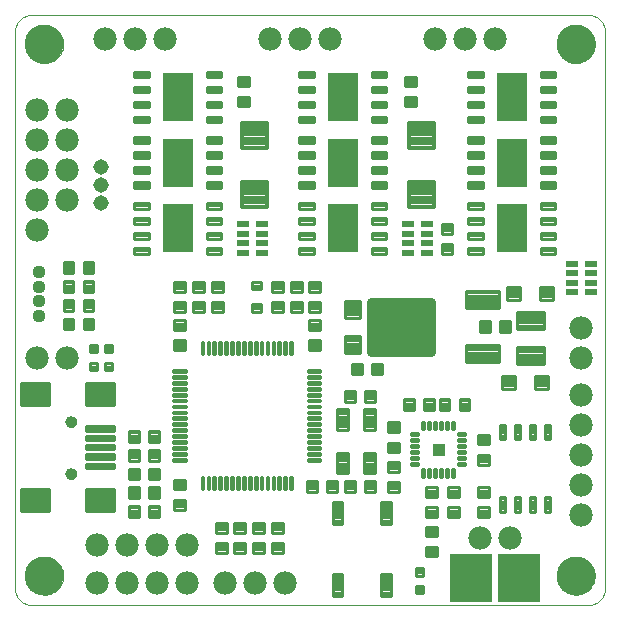
<source format=gts>
G75*
%MOIN*%
%OFA0B0*%
%FSLAX24Y24*%
%IPPOS*%
%LPD*%
%AMOC8*
5,1,8,0,0,1.08239X$1,22.5*
%
%ADD10C,0.0000*%
%ADD11C,0.1300*%
%ADD12R,0.1437X0.1620*%
%ADD13R,0.1000X0.1625*%
%ADD14C,0.0780*%
%ADD15C,0.0107*%
%ADD16C,0.0108*%
%ADD17C,0.0114*%
%ADD18C,0.0148*%
%ADD19C,0.0114*%
%ADD20C,0.0109*%
%ADD21C,0.0121*%
%ADD22C,0.0124*%
%ADD23C,0.0394*%
%ADD24C,0.0291*%
%ADD25C,0.0108*%
%ADD26C,0.0106*%
%ADD27R,0.0394X0.0236*%
%ADD28C,0.0109*%
%ADD29C,0.0134*%
%ADD30R,0.0394X0.0394*%
%ADD31C,0.0437*%
%ADD32C,0.0516*%
%ADD33C,0.1142*%
D10*
X000588Y000721D02*
X000588Y019224D01*
X000587Y019224D02*
X000589Y019270D01*
X000594Y019316D01*
X000603Y019362D01*
X000616Y019407D01*
X000632Y019450D01*
X000651Y019492D01*
X000674Y019533D01*
X000700Y019571D01*
X000729Y019608D01*
X000760Y019642D01*
X000794Y019673D01*
X000831Y019702D01*
X000869Y019728D01*
X000910Y019751D01*
X000952Y019770D01*
X000995Y019786D01*
X001040Y019799D01*
X001086Y019808D01*
X001132Y019813D01*
X001178Y019815D01*
X019682Y019815D01*
X019728Y019813D01*
X019774Y019808D01*
X019820Y019799D01*
X019865Y019786D01*
X019908Y019770D01*
X019950Y019751D01*
X019991Y019728D01*
X020029Y019702D01*
X020066Y019673D01*
X020100Y019642D01*
X020131Y019608D01*
X020160Y019571D01*
X020186Y019533D01*
X020209Y019492D01*
X020228Y019450D01*
X020244Y019407D01*
X020257Y019362D01*
X020266Y019316D01*
X020271Y019270D01*
X020273Y019224D01*
X020273Y000721D01*
X020271Y000675D01*
X020266Y000629D01*
X020257Y000583D01*
X020244Y000538D01*
X020228Y000495D01*
X020209Y000453D01*
X020186Y000412D01*
X020160Y000374D01*
X020131Y000337D01*
X020100Y000303D01*
X020066Y000272D01*
X020029Y000243D01*
X019991Y000217D01*
X019950Y000194D01*
X019908Y000175D01*
X019865Y000159D01*
X019820Y000146D01*
X019774Y000137D01*
X019728Y000132D01*
X019682Y000130D01*
X001178Y000130D01*
X001132Y000132D01*
X001086Y000137D01*
X001040Y000146D01*
X000995Y000159D01*
X000952Y000175D01*
X000910Y000194D01*
X000869Y000217D01*
X000831Y000243D01*
X000794Y000272D01*
X000760Y000303D01*
X000729Y000337D01*
X000700Y000374D01*
X000674Y000412D01*
X000651Y000453D01*
X000632Y000495D01*
X000616Y000538D01*
X000603Y000583D01*
X000594Y000629D01*
X000589Y000675D01*
X000587Y000721D01*
X000942Y001114D02*
X000944Y001164D01*
X000950Y001214D01*
X000960Y001263D01*
X000974Y001311D01*
X000991Y001358D01*
X001012Y001403D01*
X001037Y001447D01*
X001065Y001488D01*
X001097Y001527D01*
X001131Y001564D01*
X001168Y001598D01*
X001208Y001628D01*
X001250Y001655D01*
X001294Y001679D01*
X001340Y001700D01*
X001387Y001716D01*
X001435Y001729D01*
X001485Y001738D01*
X001534Y001743D01*
X001585Y001744D01*
X001635Y001741D01*
X001684Y001734D01*
X001733Y001723D01*
X001781Y001708D01*
X001827Y001690D01*
X001872Y001668D01*
X001915Y001642D01*
X001956Y001613D01*
X001995Y001581D01*
X002031Y001546D01*
X002063Y001508D01*
X002093Y001468D01*
X002120Y001425D01*
X002143Y001381D01*
X002162Y001335D01*
X002178Y001287D01*
X002190Y001238D01*
X002198Y001189D01*
X002202Y001139D01*
X002202Y001089D01*
X002198Y001039D01*
X002190Y000990D01*
X002178Y000941D01*
X002162Y000893D01*
X002143Y000847D01*
X002120Y000803D01*
X002093Y000760D01*
X002063Y000720D01*
X002031Y000682D01*
X001995Y000647D01*
X001956Y000615D01*
X001915Y000586D01*
X001872Y000560D01*
X001827Y000538D01*
X001781Y000520D01*
X001733Y000505D01*
X001684Y000494D01*
X001635Y000487D01*
X001585Y000484D01*
X001534Y000485D01*
X001485Y000490D01*
X001435Y000499D01*
X001387Y000512D01*
X001340Y000528D01*
X001294Y000549D01*
X001250Y000573D01*
X001208Y000600D01*
X001168Y000630D01*
X001131Y000664D01*
X001097Y000701D01*
X001065Y000740D01*
X001037Y000781D01*
X001012Y000825D01*
X000991Y000870D01*
X000974Y000917D01*
X000960Y000965D01*
X000950Y001014D01*
X000944Y001064D01*
X000942Y001114D01*
X002286Y004514D02*
X002288Y004540D01*
X002294Y004566D01*
X002304Y004591D01*
X002317Y004614D01*
X002333Y004634D01*
X002353Y004652D01*
X002375Y004667D01*
X002398Y004679D01*
X002424Y004687D01*
X002450Y004691D01*
X002476Y004691D01*
X002502Y004687D01*
X002528Y004679D01*
X002552Y004667D01*
X002573Y004652D01*
X002593Y004634D01*
X002609Y004614D01*
X002622Y004591D01*
X002632Y004566D01*
X002638Y004540D01*
X002640Y004514D01*
X002638Y004488D01*
X002632Y004462D01*
X002622Y004437D01*
X002609Y004414D01*
X002593Y004394D01*
X002573Y004376D01*
X002551Y004361D01*
X002528Y004349D01*
X002502Y004341D01*
X002476Y004337D01*
X002450Y004337D01*
X002424Y004341D01*
X002398Y004349D01*
X002374Y004361D01*
X002353Y004376D01*
X002333Y004394D01*
X002317Y004414D01*
X002304Y004437D01*
X002294Y004462D01*
X002288Y004488D01*
X002286Y004514D01*
X002286Y006246D02*
X002288Y006272D01*
X002294Y006298D01*
X002304Y006323D01*
X002317Y006346D01*
X002333Y006366D01*
X002353Y006384D01*
X002375Y006399D01*
X002398Y006411D01*
X002424Y006419D01*
X002450Y006423D01*
X002476Y006423D01*
X002502Y006419D01*
X002528Y006411D01*
X002552Y006399D01*
X002573Y006384D01*
X002593Y006366D01*
X002609Y006346D01*
X002622Y006323D01*
X002632Y006298D01*
X002638Y006272D01*
X002640Y006246D01*
X002638Y006220D01*
X002632Y006194D01*
X002622Y006169D01*
X002609Y006146D01*
X002593Y006126D01*
X002573Y006108D01*
X002551Y006093D01*
X002528Y006081D01*
X002502Y006073D01*
X002476Y006069D01*
X002450Y006069D01*
X002424Y006073D01*
X002398Y006081D01*
X002374Y006093D01*
X002353Y006108D01*
X002333Y006126D01*
X002317Y006146D01*
X002304Y006169D01*
X002294Y006194D01*
X002288Y006220D01*
X002286Y006246D01*
X000942Y018831D02*
X000944Y018881D01*
X000950Y018931D01*
X000960Y018980D01*
X000974Y019028D01*
X000991Y019075D01*
X001012Y019120D01*
X001037Y019164D01*
X001065Y019205D01*
X001097Y019244D01*
X001131Y019281D01*
X001168Y019315D01*
X001208Y019345D01*
X001250Y019372D01*
X001294Y019396D01*
X001340Y019417D01*
X001387Y019433D01*
X001435Y019446D01*
X001485Y019455D01*
X001534Y019460D01*
X001585Y019461D01*
X001635Y019458D01*
X001684Y019451D01*
X001733Y019440D01*
X001781Y019425D01*
X001827Y019407D01*
X001872Y019385D01*
X001915Y019359D01*
X001956Y019330D01*
X001995Y019298D01*
X002031Y019263D01*
X002063Y019225D01*
X002093Y019185D01*
X002120Y019142D01*
X002143Y019098D01*
X002162Y019052D01*
X002178Y019004D01*
X002190Y018955D01*
X002198Y018906D01*
X002202Y018856D01*
X002202Y018806D01*
X002198Y018756D01*
X002190Y018707D01*
X002178Y018658D01*
X002162Y018610D01*
X002143Y018564D01*
X002120Y018520D01*
X002093Y018477D01*
X002063Y018437D01*
X002031Y018399D01*
X001995Y018364D01*
X001956Y018332D01*
X001915Y018303D01*
X001872Y018277D01*
X001827Y018255D01*
X001781Y018237D01*
X001733Y018222D01*
X001684Y018211D01*
X001635Y018204D01*
X001585Y018201D01*
X001534Y018202D01*
X001485Y018207D01*
X001435Y018216D01*
X001387Y018229D01*
X001340Y018245D01*
X001294Y018266D01*
X001250Y018290D01*
X001208Y018317D01*
X001168Y018347D01*
X001131Y018381D01*
X001097Y018418D01*
X001065Y018457D01*
X001037Y018498D01*
X001012Y018542D01*
X000991Y018587D01*
X000974Y018634D01*
X000960Y018682D01*
X000950Y018731D01*
X000944Y018781D01*
X000942Y018831D01*
X018659Y018831D02*
X018661Y018881D01*
X018667Y018931D01*
X018677Y018980D01*
X018691Y019028D01*
X018708Y019075D01*
X018729Y019120D01*
X018754Y019164D01*
X018782Y019205D01*
X018814Y019244D01*
X018848Y019281D01*
X018885Y019315D01*
X018925Y019345D01*
X018967Y019372D01*
X019011Y019396D01*
X019057Y019417D01*
X019104Y019433D01*
X019152Y019446D01*
X019202Y019455D01*
X019251Y019460D01*
X019302Y019461D01*
X019352Y019458D01*
X019401Y019451D01*
X019450Y019440D01*
X019498Y019425D01*
X019544Y019407D01*
X019589Y019385D01*
X019632Y019359D01*
X019673Y019330D01*
X019712Y019298D01*
X019748Y019263D01*
X019780Y019225D01*
X019810Y019185D01*
X019837Y019142D01*
X019860Y019098D01*
X019879Y019052D01*
X019895Y019004D01*
X019907Y018955D01*
X019915Y018906D01*
X019919Y018856D01*
X019919Y018806D01*
X019915Y018756D01*
X019907Y018707D01*
X019895Y018658D01*
X019879Y018610D01*
X019860Y018564D01*
X019837Y018520D01*
X019810Y018477D01*
X019780Y018437D01*
X019748Y018399D01*
X019712Y018364D01*
X019673Y018332D01*
X019632Y018303D01*
X019589Y018277D01*
X019544Y018255D01*
X019498Y018237D01*
X019450Y018222D01*
X019401Y018211D01*
X019352Y018204D01*
X019302Y018201D01*
X019251Y018202D01*
X019202Y018207D01*
X019152Y018216D01*
X019104Y018229D01*
X019057Y018245D01*
X019011Y018266D01*
X018967Y018290D01*
X018925Y018317D01*
X018885Y018347D01*
X018848Y018381D01*
X018814Y018418D01*
X018782Y018457D01*
X018754Y018498D01*
X018729Y018542D01*
X018708Y018587D01*
X018691Y018634D01*
X018677Y018682D01*
X018667Y018731D01*
X018661Y018781D01*
X018659Y018831D01*
X018659Y001114D02*
X018661Y001164D01*
X018667Y001214D01*
X018677Y001263D01*
X018691Y001311D01*
X018708Y001358D01*
X018729Y001403D01*
X018754Y001447D01*
X018782Y001488D01*
X018814Y001527D01*
X018848Y001564D01*
X018885Y001598D01*
X018925Y001628D01*
X018967Y001655D01*
X019011Y001679D01*
X019057Y001700D01*
X019104Y001716D01*
X019152Y001729D01*
X019202Y001738D01*
X019251Y001743D01*
X019302Y001744D01*
X019352Y001741D01*
X019401Y001734D01*
X019450Y001723D01*
X019498Y001708D01*
X019544Y001690D01*
X019589Y001668D01*
X019632Y001642D01*
X019673Y001613D01*
X019712Y001581D01*
X019748Y001546D01*
X019780Y001508D01*
X019810Y001468D01*
X019837Y001425D01*
X019860Y001381D01*
X019879Y001335D01*
X019895Y001287D01*
X019907Y001238D01*
X019915Y001189D01*
X019919Y001139D01*
X019919Y001089D01*
X019915Y001039D01*
X019907Y000990D01*
X019895Y000941D01*
X019879Y000893D01*
X019860Y000847D01*
X019837Y000803D01*
X019810Y000760D01*
X019780Y000720D01*
X019748Y000682D01*
X019712Y000647D01*
X019673Y000615D01*
X019632Y000586D01*
X019589Y000560D01*
X019544Y000538D01*
X019498Y000520D01*
X019450Y000505D01*
X019401Y000494D01*
X019352Y000487D01*
X019302Y000484D01*
X019251Y000485D01*
X019202Y000490D01*
X019152Y000499D01*
X019104Y000512D01*
X019057Y000528D01*
X019011Y000549D01*
X018967Y000573D01*
X018925Y000600D01*
X018885Y000630D01*
X018848Y000664D01*
X018814Y000701D01*
X018782Y000740D01*
X018754Y000781D01*
X018729Y000825D01*
X018708Y000870D01*
X018691Y000917D01*
X018677Y000965D01*
X018667Y001014D01*
X018661Y001064D01*
X018659Y001114D01*
D11*
X019289Y001114D03*
X001572Y001114D03*
X001572Y018831D03*
X019289Y018831D03*
D12*
X017385Y001040D03*
X015791Y001040D03*
D13*
X017150Y012693D03*
X017150Y014880D03*
X017150Y017068D03*
X011525Y017068D03*
X011525Y014880D03*
X011525Y012693D03*
X006025Y012693D03*
X006025Y014880D03*
X006025Y017068D03*
D14*
X005588Y019005D03*
X004588Y019005D03*
X003588Y019005D03*
X002338Y016630D03*
X002338Y015630D03*
X002338Y014630D03*
X002338Y013630D03*
X001338Y013630D03*
X001338Y012630D03*
X001338Y014630D03*
X001338Y015630D03*
X001338Y016630D03*
X009088Y019005D03*
X010088Y019005D03*
X011088Y019005D03*
X014588Y019005D03*
X015588Y019005D03*
X016588Y019005D03*
X019463Y009380D03*
X019463Y008380D03*
X019463Y007130D03*
X019463Y006130D03*
X019463Y005130D03*
X019463Y004130D03*
X019463Y003130D03*
X017088Y002380D03*
X016088Y002380D03*
X009588Y000880D03*
X008588Y000880D03*
X007588Y000880D03*
X006338Y000880D03*
X005338Y000880D03*
X004338Y000880D03*
X003338Y000880D03*
X003338Y002130D03*
X004338Y002130D03*
X005338Y002130D03*
X006338Y002130D03*
X002338Y008380D03*
X001338Y008380D03*
D15*
X016735Y008232D02*
X016735Y008796D01*
X016735Y008232D02*
X015621Y008232D01*
X015621Y008796D01*
X016735Y008796D01*
X016735Y008338D02*
X015621Y008338D01*
X015621Y008444D02*
X016735Y008444D01*
X016735Y008550D02*
X015621Y008550D01*
X015621Y008656D02*
X016735Y008656D01*
X016735Y008762D02*
X015621Y008762D01*
X016735Y010027D02*
X016735Y010591D01*
X016735Y010027D02*
X015621Y010027D01*
X015621Y010591D01*
X016735Y010591D01*
X016735Y010133D02*
X015621Y010133D01*
X015621Y010239D02*
X016735Y010239D01*
X016735Y010345D02*
X015621Y010345D01*
X015621Y010451D02*
X016735Y010451D01*
X016735Y010557D02*
X015621Y010557D01*
X017336Y009909D02*
X017336Y009345D01*
X017336Y009909D02*
X018214Y009909D01*
X018214Y009345D01*
X017336Y009345D01*
X017336Y009451D02*
X018214Y009451D01*
X018214Y009557D02*
X017336Y009557D01*
X017336Y009663D02*
X018214Y009663D01*
X018214Y009769D02*
X017336Y009769D01*
X017336Y009875D02*
X018214Y009875D01*
X018214Y008728D02*
X018214Y008164D01*
X017336Y008164D01*
X017336Y008728D01*
X018214Y008728D01*
X018214Y008270D02*
X017336Y008270D01*
X017336Y008376D02*
X018214Y008376D01*
X018214Y008482D02*
X017336Y008482D01*
X017336Y008588D02*
X018214Y008588D01*
X018214Y008694D02*
X017336Y008694D01*
D16*
X016759Y009229D02*
X016759Y009593D01*
X017085Y009593D01*
X017085Y009229D01*
X016759Y009229D01*
X016759Y009336D02*
X017085Y009336D01*
X017085Y009443D02*
X016759Y009443D01*
X016759Y009550D02*
X017085Y009550D01*
X016090Y009593D02*
X016090Y009229D01*
X016090Y009593D02*
X016416Y009593D01*
X016416Y009229D01*
X016090Y009229D01*
X016090Y009336D02*
X016416Y009336D01*
X016416Y009443D02*
X016090Y009443D01*
X016090Y009550D02*
X016416Y009550D01*
X015176Y012177D02*
X014812Y012177D01*
X015176Y012177D02*
X015176Y011851D01*
X014812Y011851D01*
X014812Y012177D01*
X014812Y011958D02*
X015176Y011958D01*
X015176Y012065D02*
X014812Y012065D01*
X014812Y012172D02*
X015176Y012172D01*
X015176Y012846D02*
X014812Y012846D01*
X015176Y012846D02*
X015176Y012520D01*
X014812Y012520D01*
X014812Y012846D01*
X014812Y012627D02*
X015176Y012627D01*
X015176Y012734D02*
X014812Y012734D01*
X014812Y012841D02*
X015176Y012841D01*
X013957Y017083D02*
X013593Y017083D01*
X013957Y017083D02*
X013957Y016757D01*
X013593Y016757D01*
X013593Y017083D01*
X013593Y016864D02*
X013957Y016864D01*
X013957Y016971D02*
X013593Y016971D01*
X013593Y017078D02*
X013957Y017078D01*
X013957Y017753D02*
X013593Y017753D01*
X013957Y017753D02*
X013957Y017427D01*
X013593Y017427D01*
X013593Y017753D01*
X013593Y017534D02*
X013957Y017534D01*
X013957Y017641D02*
X013593Y017641D01*
X013593Y017748D02*
X013957Y017748D01*
X008395Y017753D02*
X008031Y017753D01*
X008395Y017753D02*
X008395Y017427D01*
X008031Y017427D01*
X008031Y017753D01*
X008031Y017534D02*
X008395Y017534D01*
X008395Y017641D02*
X008031Y017641D01*
X008031Y017748D02*
X008395Y017748D01*
X008395Y017083D02*
X008031Y017083D01*
X008395Y017083D02*
X008395Y016757D01*
X008031Y016757D01*
X008031Y017083D01*
X008031Y016864D02*
X008395Y016864D01*
X008395Y016971D02*
X008031Y016971D01*
X008031Y017078D02*
X008395Y017078D01*
X003210Y011198D02*
X002884Y011198D01*
X002884Y011562D01*
X003210Y011562D01*
X003210Y011198D01*
X003210Y011305D02*
X002884Y011305D01*
X002884Y011412D02*
X003210Y011412D01*
X003210Y011519D02*
X002884Y011519D01*
X002541Y011198D02*
X002215Y011198D01*
X002215Y011562D01*
X002541Y011562D01*
X002541Y011198D01*
X002541Y011305D02*
X002215Y011305D01*
X002215Y011412D02*
X002541Y011412D01*
X002541Y011519D02*
X002215Y011519D01*
X002215Y010573D02*
X002541Y010573D01*
X002215Y010573D02*
X002215Y010937D01*
X002541Y010937D01*
X002541Y010573D01*
X002541Y010680D02*
X002215Y010680D01*
X002215Y010787D02*
X002541Y010787D01*
X002541Y010894D02*
X002215Y010894D01*
X002215Y010312D02*
X002541Y010312D01*
X002541Y009948D01*
X002215Y009948D01*
X002215Y010312D01*
X002215Y010055D02*
X002541Y010055D01*
X002541Y010162D02*
X002215Y010162D01*
X002215Y010269D02*
X002541Y010269D01*
X002884Y010312D02*
X003210Y010312D01*
X003210Y009948D01*
X002884Y009948D01*
X002884Y010312D01*
X002884Y010055D02*
X003210Y010055D01*
X003210Y010162D02*
X002884Y010162D01*
X002884Y010269D02*
X003210Y010269D01*
X003210Y010573D02*
X002884Y010573D01*
X002884Y010937D01*
X003210Y010937D01*
X003210Y010573D01*
X003210Y010680D02*
X002884Y010680D01*
X002884Y010787D02*
X003210Y010787D01*
X003210Y010894D02*
X002884Y010894D01*
X002884Y009687D02*
X003210Y009687D01*
X003210Y009323D01*
X002884Y009323D01*
X002884Y009687D01*
X002884Y009430D02*
X003210Y009430D01*
X003210Y009537D02*
X002884Y009537D01*
X002884Y009644D02*
X003210Y009644D01*
X002541Y009687D02*
X002215Y009687D01*
X002541Y009687D02*
X002541Y009323D01*
X002215Y009323D01*
X002215Y009687D01*
X002215Y009430D02*
X002541Y009430D01*
X002541Y009537D02*
X002215Y009537D01*
X002215Y009644D02*
X002541Y009644D01*
X005906Y009628D02*
X006270Y009628D01*
X006270Y009302D01*
X005906Y009302D01*
X005906Y009628D01*
X005906Y009409D02*
X006270Y009409D01*
X006270Y009516D02*
X005906Y009516D01*
X005906Y009623D02*
X006270Y009623D01*
X006270Y009914D02*
X005906Y009914D01*
X005906Y010240D01*
X006270Y010240D01*
X006270Y009914D01*
X006270Y010021D02*
X005906Y010021D01*
X005906Y010128D02*
X006270Y010128D01*
X006270Y010235D02*
X005906Y010235D01*
X005906Y010583D02*
X006270Y010583D01*
X005906Y010583D02*
X005906Y010909D01*
X006270Y010909D01*
X006270Y010583D01*
X006270Y010690D02*
X005906Y010690D01*
X005906Y010797D02*
X006270Y010797D01*
X006270Y010904D02*
X005906Y010904D01*
X006531Y010909D02*
X006531Y010583D01*
X006531Y010909D02*
X006895Y010909D01*
X006895Y010583D01*
X006531Y010583D01*
X006531Y010690D02*
X006895Y010690D01*
X006895Y010797D02*
X006531Y010797D01*
X006531Y010904D02*
X006895Y010904D01*
X007156Y010909D02*
X007156Y010583D01*
X007156Y010909D02*
X007520Y010909D01*
X007520Y010583D01*
X007156Y010583D01*
X007156Y010690D02*
X007520Y010690D01*
X007520Y010797D02*
X007156Y010797D01*
X007156Y010904D02*
X007520Y010904D01*
X007156Y010240D02*
X007156Y009914D01*
X007156Y010240D02*
X007520Y010240D01*
X007520Y009914D01*
X007156Y009914D01*
X007156Y010021D02*
X007520Y010021D01*
X007520Y010128D02*
X007156Y010128D01*
X007156Y010235D02*
X007520Y010235D01*
X006531Y010240D02*
X006531Y009914D01*
X006531Y010240D02*
X006895Y010240D01*
X006895Y009914D01*
X006531Y009914D01*
X006531Y010021D02*
X006895Y010021D01*
X006895Y010128D02*
X006531Y010128D01*
X006531Y010235D02*
X006895Y010235D01*
X006270Y008958D02*
X005906Y008958D01*
X006270Y008958D02*
X006270Y008632D01*
X005906Y008632D01*
X005906Y008958D01*
X005906Y008739D02*
X006270Y008739D01*
X006270Y008846D02*
X005906Y008846D01*
X005906Y008953D02*
X006270Y008953D01*
X009156Y009914D02*
X009156Y010240D01*
X009520Y010240D01*
X009520Y009914D01*
X009156Y009914D01*
X009156Y010021D02*
X009520Y010021D01*
X009520Y010128D02*
X009156Y010128D01*
X009156Y010235D02*
X009520Y010235D01*
X009781Y010240D02*
X009781Y009914D01*
X009781Y010240D02*
X010145Y010240D01*
X010145Y009914D01*
X009781Y009914D01*
X009781Y010021D02*
X010145Y010021D01*
X010145Y010128D02*
X009781Y010128D01*
X009781Y010235D02*
X010145Y010235D01*
X010406Y009914D02*
X010770Y009914D01*
X010406Y009914D02*
X010406Y010240D01*
X010770Y010240D01*
X010770Y009914D01*
X010770Y010021D02*
X010406Y010021D01*
X010406Y010128D02*
X010770Y010128D01*
X010770Y010235D02*
X010406Y010235D01*
X010406Y010583D02*
X010770Y010583D01*
X010406Y010583D02*
X010406Y010909D01*
X010770Y010909D01*
X010770Y010583D01*
X010770Y010690D02*
X010406Y010690D01*
X010406Y010797D02*
X010770Y010797D01*
X010770Y010904D02*
X010406Y010904D01*
X009781Y010909D02*
X009781Y010583D01*
X009781Y010909D02*
X010145Y010909D01*
X010145Y010583D01*
X009781Y010583D01*
X009781Y010690D02*
X010145Y010690D01*
X010145Y010797D02*
X009781Y010797D01*
X009781Y010904D02*
X010145Y010904D01*
X009156Y010909D02*
X009156Y010583D01*
X009156Y010909D02*
X009520Y010909D01*
X009520Y010583D01*
X009156Y010583D01*
X009156Y010690D02*
X009520Y010690D01*
X009520Y010797D02*
X009156Y010797D01*
X009156Y010904D02*
X009520Y010904D01*
X010406Y009628D02*
X010770Y009628D01*
X010770Y009302D01*
X010406Y009302D01*
X010406Y009628D01*
X010406Y009409D02*
X010770Y009409D01*
X010770Y009516D02*
X010406Y009516D01*
X010406Y009623D02*
X010770Y009623D01*
X010770Y008958D02*
X010406Y008958D01*
X010770Y008958D02*
X010770Y008632D01*
X010406Y008632D01*
X010406Y008958D01*
X010406Y008739D02*
X010770Y008739D01*
X010770Y008846D02*
X010406Y008846D01*
X010406Y008953D02*
X010770Y008953D01*
X011840Y008187D02*
X011840Y007823D01*
X011840Y008187D02*
X012166Y008187D01*
X012166Y007823D01*
X011840Y007823D01*
X011840Y007930D02*
X012166Y007930D01*
X012166Y008037D02*
X011840Y008037D01*
X011840Y008144D02*
X012166Y008144D01*
X012509Y008187D02*
X012509Y007823D01*
X012509Y008187D02*
X012835Y008187D01*
X012835Y007823D01*
X012509Y007823D01*
X012509Y007930D02*
X012835Y007930D01*
X012835Y008037D02*
X012509Y008037D01*
X012509Y008144D02*
X012835Y008144D01*
X012259Y007281D02*
X012259Y006917D01*
X012259Y007281D02*
X012585Y007281D01*
X012585Y006917D01*
X012259Y006917D01*
X012259Y007024D02*
X012585Y007024D01*
X012585Y007131D02*
X012259Y007131D01*
X012259Y007238D02*
X012585Y007238D01*
X011590Y007281D02*
X011590Y006917D01*
X011590Y007281D02*
X011916Y007281D01*
X011916Y006917D01*
X011590Y006917D01*
X011590Y007024D02*
X011916Y007024D01*
X011916Y007131D02*
X011590Y007131D01*
X011590Y007238D02*
X011916Y007238D01*
X013031Y005895D02*
X013395Y005895D01*
X013031Y005895D02*
X013031Y006221D01*
X013395Y006221D01*
X013395Y005895D01*
X013395Y006002D02*
X013031Y006002D01*
X013031Y006109D02*
X013395Y006109D01*
X013395Y006216D02*
X013031Y006216D01*
X013031Y005226D02*
X013395Y005226D01*
X013031Y005226D02*
X013031Y005552D01*
X013395Y005552D01*
X013395Y005226D01*
X013395Y005333D02*
X013031Y005333D01*
X013031Y005440D02*
X013395Y005440D01*
X013395Y005547D02*
X013031Y005547D01*
X013031Y004909D02*
X013395Y004909D01*
X013395Y004583D01*
X013031Y004583D01*
X013031Y004909D01*
X013031Y004690D02*
X013395Y004690D01*
X013395Y004797D02*
X013031Y004797D01*
X013031Y004904D02*
X013395Y004904D01*
X013395Y004240D02*
X013031Y004240D01*
X013395Y004240D02*
X013395Y003914D01*
X013031Y003914D01*
X013031Y004240D01*
X013031Y004021D02*
X013395Y004021D01*
X013395Y004128D02*
X013031Y004128D01*
X013031Y004235D02*
X013395Y004235D01*
X012585Y004281D02*
X012585Y003917D01*
X012259Y003917D01*
X012259Y004281D01*
X012585Y004281D01*
X012585Y004024D02*
X012259Y004024D01*
X012259Y004131D02*
X012585Y004131D01*
X012585Y004238D02*
X012259Y004238D01*
X011916Y004281D02*
X011916Y003917D01*
X011590Y003917D01*
X011590Y004281D01*
X011916Y004281D01*
X011916Y004024D02*
X011590Y004024D01*
X011590Y004131D02*
X011916Y004131D01*
X011916Y004238D02*
X011590Y004238D01*
X011335Y004281D02*
X011335Y003917D01*
X011009Y003917D01*
X011009Y004281D01*
X011335Y004281D01*
X011335Y004024D02*
X011009Y004024D01*
X011009Y004131D02*
X011335Y004131D01*
X011335Y004238D02*
X011009Y004238D01*
X010666Y004281D02*
X010666Y003917D01*
X010340Y003917D01*
X010340Y004281D01*
X010666Y004281D01*
X010666Y004024D02*
X010340Y004024D01*
X010340Y004131D02*
X010666Y004131D01*
X010666Y004238D02*
X010340Y004238D01*
X009520Y002878D02*
X009156Y002878D01*
X009520Y002878D02*
X009520Y002552D01*
X009156Y002552D01*
X009156Y002878D01*
X009156Y002659D02*
X009520Y002659D01*
X009520Y002766D02*
X009156Y002766D01*
X009156Y002873D02*
X009520Y002873D01*
X008531Y002878D02*
X008531Y002552D01*
X008531Y002878D02*
X008895Y002878D01*
X008895Y002552D01*
X008531Y002552D01*
X008531Y002659D02*
X008895Y002659D01*
X008895Y002766D02*
X008531Y002766D01*
X008531Y002873D02*
X008895Y002873D01*
X007906Y002878D02*
X007906Y002552D01*
X007906Y002878D02*
X008270Y002878D01*
X008270Y002552D01*
X007906Y002552D01*
X007906Y002659D02*
X008270Y002659D01*
X008270Y002766D02*
X007906Y002766D01*
X007906Y002873D02*
X008270Y002873D01*
X007281Y002878D02*
X007281Y002552D01*
X007281Y002878D02*
X007645Y002878D01*
X007645Y002552D01*
X007281Y002552D01*
X007281Y002659D02*
X007645Y002659D01*
X007645Y002766D02*
X007281Y002766D01*
X007281Y002873D02*
X007645Y002873D01*
X007281Y002208D02*
X007281Y001882D01*
X007281Y002208D02*
X007645Y002208D01*
X007645Y001882D01*
X007281Y001882D01*
X007281Y001989D02*
X007645Y001989D01*
X007645Y002096D02*
X007281Y002096D01*
X007281Y002203D02*
X007645Y002203D01*
X007906Y002208D02*
X007906Y001882D01*
X007906Y002208D02*
X008270Y002208D01*
X008270Y001882D01*
X007906Y001882D01*
X007906Y001989D02*
X008270Y001989D01*
X008270Y002096D02*
X007906Y002096D01*
X007906Y002203D02*
X008270Y002203D01*
X008531Y002208D02*
X008531Y001882D01*
X008531Y002208D02*
X008895Y002208D01*
X008895Y001882D01*
X008531Y001882D01*
X008531Y001989D02*
X008895Y001989D01*
X008895Y002096D02*
X008531Y002096D01*
X008531Y002203D02*
X008895Y002203D01*
X009156Y002208D02*
X009520Y002208D01*
X009520Y001882D01*
X009156Y001882D01*
X009156Y002208D01*
X009156Y001989D02*
X009520Y001989D01*
X009520Y002096D02*
X009156Y002096D01*
X009156Y002203D02*
X009520Y002203D01*
X006270Y003320D02*
X005906Y003320D01*
X005906Y003646D01*
X006270Y003646D01*
X006270Y003320D01*
X006270Y003427D02*
X005906Y003427D01*
X005906Y003534D02*
X006270Y003534D01*
X006270Y003641D02*
X005906Y003641D01*
X005906Y003989D02*
X006270Y003989D01*
X005906Y003989D02*
X005906Y004315D01*
X006270Y004315D01*
X006270Y003989D01*
X006270Y004096D02*
X005906Y004096D01*
X005906Y004203D02*
X006270Y004203D01*
X006270Y004310D02*
X005906Y004310D01*
X005398Y004323D02*
X005072Y004323D01*
X005072Y004687D01*
X005398Y004687D01*
X005398Y004323D01*
X005398Y004430D02*
X005072Y004430D01*
X005072Y004537D02*
X005398Y004537D01*
X005398Y004644D02*
X005072Y004644D01*
X005072Y004948D02*
X005398Y004948D01*
X005072Y004948D02*
X005072Y005312D01*
X005398Y005312D01*
X005398Y004948D01*
X005398Y005055D02*
X005072Y005055D01*
X005072Y005162D02*
X005398Y005162D01*
X005398Y005269D02*
X005072Y005269D01*
X005072Y005573D02*
X005398Y005573D01*
X005072Y005573D02*
X005072Y005937D01*
X005398Y005937D01*
X005398Y005573D01*
X005398Y005680D02*
X005072Y005680D01*
X005072Y005787D02*
X005398Y005787D01*
X005398Y005894D02*
X005072Y005894D01*
X004729Y005573D02*
X004403Y005573D01*
X004403Y005937D01*
X004729Y005937D01*
X004729Y005573D01*
X004729Y005680D02*
X004403Y005680D01*
X004403Y005787D02*
X004729Y005787D01*
X004729Y005894D02*
X004403Y005894D01*
X004403Y004948D02*
X004729Y004948D01*
X004403Y004948D02*
X004403Y005312D01*
X004729Y005312D01*
X004729Y004948D01*
X004729Y005055D02*
X004403Y005055D01*
X004403Y005162D02*
X004729Y005162D01*
X004729Y005269D02*
X004403Y005269D01*
X004403Y004323D02*
X004729Y004323D01*
X004403Y004323D02*
X004403Y004687D01*
X004729Y004687D01*
X004729Y004323D01*
X004729Y004430D02*
X004403Y004430D01*
X004403Y004537D02*
X004729Y004537D01*
X004729Y004644D02*
X004403Y004644D01*
X004403Y004062D02*
X004729Y004062D01*
X004729Y003698D01*
X004403Y003698D01*
X004403Y004062D01*
X004403Y003805D02*
X004729Y003805D01*
X004729Y003912D02*
X004403Y003912D01*
X004403Y004019D02*
X004729Y004019D01*
X005072Y004062D02*
X005398Y004062D01*
X005398Y003698D01*
X005072Y003698D01*
X005072Y004062D01*
X005072Y003805D02*
X005398Y003805D01*
X005398Y003912D02*
X005072Y003912D01*
X005072Y004019D02*
X005398Y004019D01*
X005398Y003073D02*
X005072Y003073D01*
X005072Y003437D01*
X005398Y003437D01*
X005398Y003073D01*
X005398Y003180D02*
X005072Y003180D01*
X005072Y003287D02*
X005398Y003287D01*
X005398Y003394D02*
X005072Y003394D01*
X004729Y003073D02*
X004403Y003073D01*
X004403Y003437D01*
X004729Y003437D01*
X004729Y003073D01*
X004729Y003180D02*
X004403Y003180D01*
X004403Y003287D02*
X004729Y003287D01*
X004729Y003394D02*
X004403Y003394D01*
X013559Y006636D02*
X013559Y007000D01*
X013885Y007000D01*
X013885Y006636D01*
X013559Y006636D01*
X013559Y006743D02*
X013885Y006743D01*
X013885Y006850D02*
X013559Y006850D01*
X013559Y006957D02*
X013885Y006957D01*
X014228Y007000D02*
X014228Y006636D01*
X014228Y007000D02*
X014554Y007000D01*
X014554Y006636D01*
X014228Y006636D01*
X014228Y006743D02*
X014554Y006743D01*
X014554Y006850D02*
X014228Y006850D01*
X014228Y006957D02*
X014554Y006957D01*
X014746Y006636D02*
X015072Y006636D01*
X014746Y006636D02*
X014746Y007000D01*
X015072Y007000D01*
X015072Y006636D01*
X015072Y006743D02*
X014746Y006743D01*
X014746Y006850D02*
X015072Y006850D01*
X015072Y006957D02*
X014746Y006957D01*
X015416Y006636D02*
X015742Y006636D01*
X015416Y006636D02*
X015416Y007000D01*
X015742Y007000D01*
X015742Y006636D01*
X015742Y006743D02*
X015416Y006743D01*
X015416Y006850D02*
X015742Y006850D01*
X015742Y006957D02*
X015416Y006957D01*
X016031Y005489D02*
X016395Y005489D01*
X016031Y005489D02*
X016031Y005815D01*
X016395Y005815D01*
X016395Y005489D01*
X016395Y005596D02*
X016031Y005596D01*
X016031Y005703D02*
X016395Y005703D01*
X016395Y005810D02*
X016031Y005810D01*
X016031Y004820D02*
X016395Y004820D01*
X016031Y004820D02*
X016031Y005146D01*
X016395Y005146D01*
X016395Y004820D01*
X016395Y004927D02*
X016031Y004927D01*
X016031Y005034D02*
X016395Y005034D01*
X016395Y005141D02*
X016031Y005141D01*
X016031Y004065D02*
X016031Y003739D01*
X016031Y004065D02*
X016395Y004065D01*
X016395Y003739D01*
X016031Y003739D01*
X016031Y003846D02*
X016395Y003846D01*
X016395Y003953D02*
X016031Y003953D01*
X016031Y004060D02*
X016395Y004060D01*
X016031Y003396D02*
X016031Y003070D01*
X016031Y003396D02*
X016395Y003396D01*
X016395Y003070D01*
X016031Y003070D01*
X016031Y003177D02*
X016395Y003177D01*
X016395Y003284D02*
X016031Y003284D01*
X016031Y003391D02*
X016395Y003391D01*
X015031Y003396D02*
X015031Y003070D01*
X015031Y003396D02*
X015395Y003396D01*
X015395Y003070D01*
X015031Y003070D01*
X015031Y003177D02*
X015395Y003177D01*
X015395Y003284D02*
X015031Y003284D01*
X015031Y003391D02*
X015395Y003391D01*
X015031Y003739D02*
X015031Y004065D01*
X015395Y004065D01*
X015395Y003739D01*
X015031Y003739D01*
X015031Y003846D02*
X015395Y003846D01*
X015395Y003953D02*
X015031Y003953D01*
X015031Y004060D02*
X015395Y004060D01*
X014281Y004065D02*
X014281Y003739D01*
X014281Y004065D02*
X014645Y004065D01*
X014645Y003739D01*
X014281Y003739D01*
X014281Y003846D02*
X014645Y003846D01*
X014645Y003953D02*
X014281Y003953D01*
X014281Y004060D02*
X014645Y004060D01*
X014281Y003396D02*
X014281Y003070D01*
X014281Y003396D02*
X014645Y003396D01*
X014645Y003070D01*
X014281Y003070D01*
X014281Y003177D02*
X014645Y003177D01*
X014645Y003284D02*
X014281Y003284D01*
X014281Y003391D02*
X014645Y003391D01*
X014281Y002753D02*
X014281Y002427D01*
X014281Y002753D02*
X014645Y002753D01*
X014645Y002427D01*
X014281Y002427D01*
X014281Y002534D02*
X014645Y002534D01*
X014645Y002641D02*
X014281Y002641D01*
X014281Y002748D02*
X014645Y002748D01*
X014281Y002083D02*
X014281Y001757D01*
X014281Y002083D02*
X014645Y002083D01*
X014645Y001757D01*
X014281Y001757D01*
X014281Y001864D02*
X014645Y001864D01*
X014645Y001971D02*
X014281Y001971D01*
X014281Y002078D02*
X014645Y002078D01*
D17*
X016745Y003721D02*
X016931Y003721D01*
X016931Y003245D01*
X016745Y003245D01*
X016745Y003721D01*
X016745Y003358D02*
X016931Y003358D01*
X016931Y003471D02*
X016745Y003471D01*
X016745Y003584D02*
X016931Y003584D01*
X016931Y003697D02*
X016745Y003697D01*
X017245Y003721D02*
X017431Y003721D01*
X017431Y003245D01*
X017245Y003245D01*
X017245Y003721D01*
X017245Y003358D02*
X017431Y003358D01*
X017431Y003471D02*
X017245Y003471D01*
X017245Y003584D02*
X017431Y003584D01*
X017431Y003697D02*
X017245Y003697D01*
X017745Y003721D02*
X017931Y003721D01*
X017931Y003245D01*
X017745Y003245D01*
X017745Y003721D01*
X017745Y003358D02*
X017931Y003358D01*
X017931Y003471D02*
X017745Y003471D01*
X017745Y003584D02*
X017931Y003584D01*
X017931Y003697D02*
X017745Y003697D01*
X018245Y003721D02*
X018431Y003721D01*
X018431Y003245D01*
X018245Y003245D01*
X018245Y003721D01*
X018245Y003358D02*
X018431Y003358D01*
X018431Y003471D02*
X018245Y003471D01*
X018245Y003584D02*
X018431Y003584D01*
X018431Y003697D02*
X018245Y003697D01*
X018245Y006141D02*
X018431Y006141D01*
X018431Y005665D01*
X018245Y005665D01*
X018245Y006141D01*
X018245Y005778D02*
X018431Y005778D01*
X018431Y005891D02*
X018245Y005891D01*
X018245Y006004D02*
X018431Y006004D01*
X018431Y006117D02*
X018245Y006117D01*
X017931Y006141D02*
X017745Y006141D01*
X017931Y006141D02*
X017931Y005665D01*
X017745Y005665D01*
X017745Y006141D01*
X017745Y005778D02*
X017931Y005778D01*
X017931Y005891D02*
X017745Y005891D01*
X017745Y006004D02*
X017931Y006004D01*
X017931Y006117D02*
X017745Y006117D01*
X017431Y006141D02*
X017245Y006141D01*
X017431Y006141D02*
X017431Y005665D01*
X017245Y005665D01*
X017245Y006141D01*
X017245Y005778D02*
X017431Y005778D01*
X017431Y005891D02*
X017245Y005891D01*
X017245Y006004D02*
X017431Y006004D01*
X017431Y006117D02*
X017245Y006117D01*
X016931Y006141D02*
X016745Y006141D01*
X016931Y006141D02*
X016931Y005665D01*
X016745Y005665D01*
X016745Y006141D01*
X016745Y005778D02*
X016931Y005778D01*
X016931Y005891D02*
X016745Y005891D01*
X016745Y006004D02*
X016931Y006004D01*
X016931Y006117D02*
X016745Y006117D01*
X016178Y011850D02*
X016178Y012036D01*
X016178Y011850D02*
X015702Y011850D01*
X015702Y012036D01*
X016178Y012036D01*
X016178Y011963D02*
X015702Y011963D01*
X016178Y012350D02*
X016178Y012536D01*
X016178Y012350D02*
X015702Y012350D01*
X015702Y012536D01*
X016178Y012536D01*
X016178Y012463D02*
X015702Y012463D01*
X016178Y012850D02*
X016178Y013036D01*
X016178Y012850D02*
X015702Y012850D01*
X015702Y013036D01*
X016178Y013036D01*
X016178Y012963D02*
X015702Y012963D01*
X016178Y013350D02*
X016178Y013536D01*
X016178Y013350D02*
X015702Y013350D01*
X015702Y013536D01*
X016178Y013536D01*
X016178Y013463D02*
X015702Y013463D01*
X016178Y014037D02*
X016178Y014223D01*
X016178Y014037D02*
X015702Y014037D01*
X015702Y014223D01*
X016178Y014223D01*
X016178Y014150D02*
X015702Y014150D01*
X016178Y014537D02*
X016178Y014723D01*
X016178Y014537D02*
X015702Y014537D01*
X015702Y014723D01*
X016178Y014723D01*
X016178Y014650D02*
X015702Y014650D01*
X016178Y015037D02*
X016178Y015223D01*
X016178Y015037D02*
X015702Y015037D01*
X015702Y015223D01*
X016178Y015223D01*
X016178Y015150D02*
X015702Y015150D01*
X016178Y015537D02*
X016178Y015723D01*
X016178Y015537D02*
X015702Y015537D01*
X015702Y015723D01*
X016178Y015723D01*
X016178Y015650D02*
X015702Y015650D01*
X016178Y016225D02*
X016178Y016411D01*
X016178Y016225D02*
X015702Y016225D01*
X015702Y016411D01*
X016178Y016411D01*
X016178Y016338D02*
X015702Y016338D01*
X016178Y016725D02*
X016178Y016911D01*
X016178Y016725D02*
X015702Y016725D01*
X015702Y016911D01*
X016178Y016911D01*
X016178Y016838D02*
X015702Y016838D01*
X016178Y017225D02*
X016178Y017411D01*
X016178Y017225D02*
X015702Y017225D01*
X015702Y017411D01*
X016178Y017411D01*
X016178Y017338D02*
X015702Y017338D01*
X016178Y017725D02*
X016178Y017911D01*
X016178Y017725D02*
X015702Y017725D01*
X015702Y017911D01*
X016178Y017911D01*
X016178Y017838D02*
X015702Y017838D01*
X018598Y017911D02*
X018598Y017725D01*
X018122Y017725D01*
X018122Y017911D01*
X018598Y017911D01*
X018598Y017838D02*
X018122Y017838D01*
X018598Y017411D02*
X018598Y017225D01*
X018122Y017225D01*
X018122Y017411D01*
X018598Y017411D01*
X018598Y017338D02*
X018122Y017338D01*
X018598Y016911D02*
X018598Y016725D01*
X018122Y016725D01*
X018122Y016911D01*
X018598Y016911D01*
X018598Y016838D02*
X018122Y016838D01*
X018598Y016411D02*
X018598Y016225D01*
X018122Y016225D01*
X018122Y016411D01*
X018598Y016411D01*
X018598Y016338D02*
X018122Y016338D01*
X018598Y015723D02*
X018598Y015537D01*
X018122Y015537D01*
X018122Y015723D01*
X018598Y015723D01*
X018598Y015650D02*
X018122Y015650D01*
X018598Y015223D02*
X018598Y015037D01*
X018122Y015037D01*
X018122Y015223D01*
X018598Y015223D01*
X018598Y015150D02*
X018122Y015150D01*
X018598Y014723D02*
X018598Y014537D01*
X018122Y014537D01*
X018122Y014723D01*
X018598Y014723D01*
X018598Y014650D02*
X018122Y014650D01*
X018598Y014223D02*
X018598Y014037D01*
X018122Y014037D01*
X018122Y014223D01*
X018598Y014223D01*
X018598Y014150D02*
X018122Y014150D01*
X018598Y013536D02*
X018598Y013350D01*
X018122Y013350D01*
X018122Y013536D01*
X018598Y013536D01*
X018598Y013463D02*
X018122Y013463D01*
X018598Y013036D02*
X018598Y012850D01*
X018122Y012850D01*
X018122Y013036D01*
X018598Y013036D01*
X018598Y012963D02*
X018122Y012963D01*
X018598Y012536D02*
X018598Y012350D01*
X018122Y012350D01*
X018122Y012536D01*
X018598Y012536D01*
X018598Y012463D02*
X018122Y012463D01*
X018598Y012036D02*
X018598Y011850D01*
X018122Y011850D01*
X018122Y012036D01*
X018598Y012036D01*
X018598Y011963D02*
X018122Y011963D01*
X012973Y012036D02*
X012973Y011850D01*
X012497Y011850D01*
X012497Y012036D01*
X012973Y012036D01*
X012973Y011963D02*
X012497Y011963D01*
X012973Y012350D02*
X012973Y012536D01*
X012973Y012350D02*
X012497Y012350D01*
X012497Y012536D01*
X012973Y012536D01*
X012973Y012463D02*
X012497Y012463D01*
X012973Y012850D02*
X012973Y013036D01*
X012973Y012850D02*
X012497Y012850D01*
X012497Y013036D01*
X012973Y013036D01*
X012973Y012963D02*
X012497Y012963D01*
X012973Y013350D02*
X012973Y013536D01*
X012973Y013350D02*
X012497Y013350D01*
X012497Y013536D01*
X012973Y013536D01*
X012973Y013463D02*
X012497Y013463D01*
X012973Y014037D02*
X012973Y014223D01*
X012973Y014037D02*
X012497Y014037D01*
X012497Y014223D01*
X012973Y014223D01*
X012973Y014150D02*
X012497Y014150D01*
X012973Y014537D02*
X012973Y014723D01*
X012973Y014537D02*
X012497Y014537D01*
X012497Y014723D01*
X012973Y014723D01*
X012973Y014650D02*
X012497Y014650D01*
X012973Y015037D02*
X012973Y015223D01*
X012973Y015037D02*
X012497Y015037D01*
X012497Y015223D01*
X012973Y015223D01*
X012973Y015150D02*
X012497Y015150D01*
X012973Y015537D02*
X012973Y015723D01*
X012973Y015537D02*
X012497Y015537D01*
X012497Y015723D01*
X012973Y015723D01*
X012973Y015650D02*
X012497Y015650D01*
X012973Y016225D02*
X012973Y016411D01*
X012973Y016225D02*
X012497Y016225D01*
X012497Y016411D01*
X012973Y016411D01*
X012973Y016338D02*
X012497Y016338D01*
X012973Y016725D02*
X012973Y016911D01*
X012973Y016725D02*
X012497Y016725D01*
X012497Y016911D01*
X012973Y016911D01*
X012973Y016838D02*
X012497Y016838D01*
X012973Y017225D02*
X012973Y017411D01*
X012973Y017225D02*
X012497Y017225D01*
X012497Y017411D01*
X012973Y017411D01*
X012973Y017338D02*
X012497Y017338D01*
X012973Y017725D02*
X012973Y017911D01*
X012973Y017725D02*
X012497Y017725D01*
X012497Y017911D01*
X012973Y017911D01*
X012973Y017838D02*
X012497Y017838D01*
X010553Y017911D02*
X010553Y017725D01*
X010077Y017725D01*
X010077Y017911D01*
X010553Y017911D01*
X010553Y017838D02*
X010077Y017838D01*
X010553Y017411D02*
X010553Y017225D01*
X010077Y017225D01*
X010077Y017411D01*
X010553Y017411D01*
X010553Y017338D02*
X010077Y017338D01*
X010553Y016911D02*
X010553Y016725D01*
X010077Y016725D01*
X010077Y016911D01*
X010553Y016911D01*
X010553Y016838D02*
X010077Y016838D01*
X010553Y016411D02*
X010553Y016225D01*
X010077Y016225D01*
X010077Y016411D01*
X010553Y016411D01*
X010553Y016338D02*
X010077Y016338D01*
X010553Y015723D02*
X010553Y015537D01*
X010077Y015537D01*
X010077Y015723D01*
X010553Y015723D01*
X010553Y015650D02*
X010077Y015650D01*
X010553Y015223D02*
X010553Y015037D01*
X010077Y015037D01*
X010077Y015223D01*
X010553Y015223D01*
X010553Y015150D02*
X010077Y015150D01*
X010553Y014723D02*
X010553Y014537D01*
X010077Y014537D01*
X010077Y014723D01*
X010553Y014723D01*
X010553Y014650D02*
X010077Y014650D01*
X010553Y014223D02*
X010553Y014037D01*
X010077Y014037D01*
X010077Y014223D01*
X010553Y014223D01*
X010553Y014150D02*
X010077Y014150D01*
X010553Y013536D02*
X010553Y013350D01*
X010077Y013350D01*
X010077Y013536D01*
X010553Y013536D01*
X010553Y013463D02*
X010077Y013463D01*
X010553Y013036D02*
X010553Y012850D01*
X010077Y012850D01*
X010077Y013036D01*
X010553Y013036D01*
X010553Y012963D02*
X010077Y012963D01*
X010553Y012536D02*
X010553Y012350D01*
X010077Y012350D01*
X010077Y012536D01*
X010553Y012536D01*
X010553Y012463D02*
X010077Y012463D01*
X010553Y012036D02*
X010553Y011850D01*
X010077Y011850D01*
X010077Y012036D01*
X010553Y012036D01*
X010553Y011963D02*
X010077Y011963D01*
X007473Y012036D02*
X007473Y011850D01*
X006997Y011850D01*
X006997Y012036D01*
X007473Y012036D01*
X007473Y011963D02*
X006997Y011963D01*
X007473Y012350D02*
X007473Y012536D01*
X007473Y012350D02*
X006997Y012350D01*
X006997Y012536D01*
X007473Y012536D01*
X007473Y012463D02*
X006997Y012463D01*
X007473Y012850D02*
X007473Y013036D01*
X007473Y012850D02*
X006997Y012850D01*
X006997Y013036D01*
X007473Y013036D01*
X007473Y012963D02*
X006997Y012963D01*
X007473Y013350D02*
X007473Y013536D01*
X007473Y013350D02*
X006997Y013350D01*
X006997Y013536D01*
X007473Y013536D01*
X007473Y013463D02*
X006997Y013463D01*
X007473Y014037D02*
X007473Y014223D01*
X007473Y014037D02*
X006997Y014037D01*
X006997Y014223D01*
X007473Y014223D01*
X007473Y014150D02*
X006997Y014150D01*
X007473Y014537D02*
X007473Y014723D01*
X007473Y014537D02*
X006997Y014537D01*
X006997Y014723D01*
X007473Y014723D01*
X007473Y014650D02*
X006997Y014650D01*
X007473Y015037D02*
X007473Y015223D01*
X007473Y015037D02*
X006997Y015037D01*
X006997Y015223D01*
X007473Y015223D01*
X007473Y015150D02*
X006997Y015150D01*
X007473Y015537D02*
X007473Y015723D01*
X007473Y015537D02*
X006997Y015537D01*
X006997Y015723D01*
X007473Y015723D01*
X007473Y015650D02*
X006997Y015650D01*
X007473Y016225D02*
X007473Y016411D01*
X007473Y016225D02*
X006997Y016225D01*
X006997Y016411D01*
X007473Y016411D01*
X007473Y016338D02*
X006997Y016338D01*
X007473Y016725D02*
X007473Y016911D01*
X007473Y016725D02*
X006997Y016725D01*
X006997Y016911D01*
X007473Y016911D01*
X007473Y016838D02*
X006997Y016838D01*
X007473Y017225D02*
X007473Y017411D01*
X007473Y017225D02*
X006997Y017225D01*
X006997Y017411D01*
X007473Y017411D01*
X007473Y017338D02*
X006997Y017338D01*
X007473Y017725D02*
X007473Y017911D01*
X007473Y017725D02*
X006997Y017725D01*
X006997Y017911D01*
X007473Y017911D01*
X007473Y017838D02*
X006997Y017838D01*
X005053Y017911D02*
X005053Y017725D01*
X004577Y017725D01*
X004577Y017911D01*
X005053Y017911D01*
X005053Y017838D02*
X004577Y017838D01*
X005053Y017411D02*
X005053Y017225D01*
X004577Y017225D01*
X004577Y017411D01*
X005053Y017411D01*
X005053Y017338D02*
X004577Y017338D01*
X005053Y016911D02*
X005053Y016725D01*
X004577Y016725D01*
X004577Y016911D01*
X005053Y016911D01*
X005053Y016838D02*
X004577Y016838D01*
X005053Y016411D02*
X005053Y016225D01*
X004577Y016225D01*
X004577Y016411D01*
X005053Y016411D01*
X005053Y016338D02*
X004577Y016338D01*
X005053Y015723D02*
X005053Y015537D01*
X004577Y015537D01*
X004577Y015723D01*
X005053Y015723D01*
X005053Y015650D02*
X004577Y015650D01*
X005053Y015223D02*
X005053Y015037D01*
X004577Y015037D01*
X004577Y015223D01*
X005053Y015223D01*
X005053Y015150D02*
X004577Y015150D01*
X005053Y014723D02*
X005053Y014537D01*
X004577Y014537D01*
X004577Y014723D01*
X005053Y014723D01*
X005053Y014650D02*
X004577Y014650D01*
X005053Y014223D02*
X005053Y014037D01*
X004577Y014037D01*
X004577Y014223D01*
X005053Y014223D01*
X005053Y014150D02*
X004577Y014150D01*
X005053Y013536D02*
X005053Y013350D01*
X004577Y013350D01*
X004577Y013536D01*
X005053Y013536D01*
X005053Y013463D02*
X004577Y013463D01*
X005053Y013036D02*
X005053Y012850D01*
X004577Y012850D01*
X004577Y013036D01*
X005053Y013036D01*
X005053Y012963D02*
X004577Y012963D01*
X005053Y012536D02*
X005053Y012350D01*
X004577Y012350D01*
X004577Y012536D01*
X005053Y012536D01*
X005053Y012463D02*
X004577Y012463D01*
X005053Y012036D02*
X005053Y011850D01*
X004577Y011850D01*
X004577Y012036D01*
X005053Y012036D01*
X005053Y011963D02*
X004577Y011963D01*
D18*
X009006Y013415D02*
X009006Y014251D01*
X009006Y013415D02*
X008170Y013415D01*
X008170Y014251D01*
X009006Y014251D01*
X009006Y013562D02*
X008170Y013562D01*
X008170Y013709D02*
X009006Y013709D01*
X009006Y013856D02*
X008170Y013856D01*
X008170Y014003D02*
X009006Y014003D01*
X009006Y014150D02*
X008170Y014150D01*
X008170Y015384D02*
X008170Y016220D01*
X009006Y016220D01*
X009006Y015384D01*
X008170Y015384D01*
X008170Y015531D02*
X009006Y015531D01*
X009006Y015678D02*
X008170Y015678D01*
X008170Y015825D02*
X009006Y015825D01*
X009006Y015972D02*
X008170Y015972D01*
X008170Y016119D02*
X009006Y016119D01*
X013732Y016220D02*
X013732Y015384D01*
X013732Y016220D02*
X014568Y016220D01*
X014568Y015384D01*
X013732Y015384D01*
X013732Y015531D02*
X014568Y015531D01*
X014568Y015678D02*
X013732Y015678D01*
X013732Y015825D02*
X014568Y015825D01*
X014568Y015972D02*
X013732Y015972D01*
X013732Y016119D02*
X014568Y016119D01*
X014568Y014251D02*
X014568Y013415D01*
X013732Y013415D01*
X013732Y014251D01*
X014568Y014251D01*
X014568Y013562D02*
X013732Y013562D01*
X013732Y013709D02*
X014568Y013709D01*
X014568Y013856D02*
X013732Y013856D01*
X013732Y014003D02*
X014568Y014003D01*
X014568Y014150D02*
X013732Y014150D01*
D19*
X008490Y010905D02*
X008490Y010665D01*
X008490Y010905D02*
X008810Y010905D01*
X008810Y010665D01*
X008490Y010665D01*
X008490Y010778D02*
X008810Y010778D01*
X008810Y010891D02*
X008490Y010891D01*
X008490Y010157D02*
X008490Y009917D01*
X008490Y010157D02*
X008810Y010157D01*
X008810Y009917D01*
X008490Y009917D01*
X008490Y010030D02*
X008810Y010030D01*
X008810Y010143D02*
X008490Y010143D01*
X003833Y008795D02*
X003593Y008795D01*
X003833Y008795D02*
X003833Y008555D01*
X003593Y008555D01*
X003593Y008795D01*
X003593Y008668D02*
X003833Y008668D01*
X003833Y008781D02*
X003593Y008781D01*
X003333Y008795D02*
X003093Y008795D01*
X003333Y008795D02*
X003333Y008555D01*
X003093Y008555D01*
X003093Y008795D01*
X003093Y008668D02*
X003333Y008668D01*
X003333Y008781D02*
X003093Y008781D01*
X003093Y008205D02*
X003333Y008205D01*
X003333Y007965D01*
X003093Y007965D01*
X003093Y008205D01*
X003093Y008078D02*
X003333Y008078D01*
X003333Y008191D02*
X003093Y008191D01*
X003593Y008205D02*
X003833Y008205D01*
X003833Y007965D01*
X003593Y007965D01*
X003593Y008205D01*
X003593Y008078D02*
X003833Y008078D01*
X003833Y008191D02*
X003593Y008191D01*
X013968Y001358D02*
X014208Y001358D01*
X014208Y001118D01*
X013968Y001118D01*
X013968Y001358D01*
X013968Y001231D02*
X014208Y001231D01*
X014208Y001344D02*
X013968Y001344D01*
X013968Y000767D02*
X014208Y000767D01*
X014208Y000527D01*
X013968Y000527D01*
X013968Y000767D01*
X013968Y000640D02*
X014208Y000640D01*
X014208Y000753D02*
X013968Y000753D01*
D20*
X012807Y000439D02*
X012807Y001171D01*
X013119Y001171D01*
X013119Y000439D01*
X012807Y000439D01*
X012807Y000547D02*
X013119Y000547D01*
X013119Y000655D02*
X012807Y000655D01*
X012807Y000763D02*
X013119Y000763D01*
X013119Y000871D02*
X012807Y000871D01*
X012807Y000979D02*
X013119Y000979D01*
X013119Y001087D02*
X012807Y001087D01*
X011494Y001171D02*
X011494Y000439D01*
X011182Y000439D01*
X011182Y001171D01*
X011494Y001171D01*
X011494Y000547D02*
X011182Y000547D01*
X011182Y000655D02*
X011494Y000655D01*
X011494Y000763D02*
X011182Y000763D01*
X011182Y000871D02*
X011494Y000871D01*
X011494Y000979D02*
X011182Y000979D01*
X011182Y001087D02*
X011494Y001087D01*
X011494Y002839D02*
X011494Y003571D01*
X011494Y002839D02*
X011182Y002839D01*
X011182Y003571D01*
X011494Y003571D01*
X011494Y002947D02*
X011182Y002947D01*
X011182Y003055D02*
X011494Y003055D01*
X011494Y003163D02*
X011182Y003163D01*
X011182Y003271D02*
X011494Y003271D01*
X011494Y003379D02*
X011182Y003379D01*
X011182Y003487D02*
X011494Y003487D01*
X012807Y003571D02*
X012807Y002839D01*
X012807Y003571D02*
X013119Y003571D01*
X013119Y002839D01*
X012807Y002839D01*
X012807Y002947D02*
X013119Y002947D01*
X013119Y003055D02*
X012807Y003055D01*
X012807Y003163D02*
X013119Y003163D01*
X013119Y003271D02*
X012807Y003271D01*
X012807Y003379D02*
X013119Y003379D01*
X013119Y003487D02*
X012807Y003487D01*
D21*
X003899Y004692D02*
X002995Y004692D01*
X002995Y004808D01*
X003899Y004808D01*
X003899Y004692D01*
X003899Y005007D02*
X002995Y005007D01*
X002995Y005123D01*
X003899Y005123D01*
X003899Y005007D01*
X003899Y005322D02*
X002995Y005322D01*
X002995Y005438D01*
X003899Y005438D01*
X003899Y005322D01*
X003899Y005637D02*
X002995Y005637D01*
X002995Y005753D01*
X003899Y005753D01*
X003899Y005637D01*
X003899Y005952D02*
X002995Y005952D01*
X002995Y006068D01*
X003899Y006068D01*
X003899Y005952D01*
D22*
X003897Y006801D02*
X002997Y006801D01*
X002997Y007503D01*
X003897Y007503D01*
X003897Y006801D01*
X003897Y006924D02*
X002997Y006924D01*
X002997Y007047D02*
X003897Y007047D01*
X003897Y007170D02*
X002997Y007170D01*
X002997Y007293D02*
X003897Y007293D01*
X003897Y007416D02*
X002997Y007416D01*
X001732Y006801D02*
X000832Y006801D01*
X000832Y007503D01*
X001732Y007503D01*
X001732Y006801D01*
X001732Y006924D02*
X000832Y006924D01*
X000832Y007047D02*
X001732Y007047D01*
X001732Y007170D02*
X000832Y007170D01*
X000832Y007293D02*
X001732Y007293D01*
X001732Y007416D02*
X000832Y007416D01*
X000832Y003257D02*
X001732Y003257D01*
X000832Y003257D02*
X000832Y003959D01*
X001732Y003959D01*
X001732Y003257D01*
X001732Y003380D02*
X000832Y003380D01*
X000832Y003503D02*
X001732Y003503D01*
X001732Y003626D02*
X000832Y003626D01*
X000832Y003749D02*
X001732Y003749D01*
X001732Y003872D02*
X000832Y003872D01*
X002997Y003257D02*
X003897Y003257D01*
X002997Y003257D02*
X002997Y003959D01*
X003897Y003959D01*
X003897Y003257D01*
X003897Y003380D02*
X002997Y003380D01*
X002997Y003503D02*
X003897Y003503D01*
X003897Y003626D02*
X002997Y003626D01*
X002997Y003749D02*
X003897Y003749D01*
X003897Y003872D02*
X002997Y003872D01*
D23*
X002463Y004514D03*
X002463Y006246D03*
D24*
X014463Y008586D02*
X014463Y010236D01*
X014463Y008586D02*
X012463Y008586D01*
X012463Y010236D01*
X014463Y010236D01*
X014463Y008876D02*
X012463Y008876D01*
X012463Y009166D02*
X014463Y009166D01*
X014463Y009456D02*
X012463Y009456D01*
X012463Y009746D02*
X014463Y009746D01*
X014463Y010036D02*
X012463Y010036D01*
D25*
X016821Y007784D02*
X017253Y007784D01*
X017253Y007352D01*
X016821Y007352D01*
X016821Y007784D01*
X016821Y007459D02*
X017253Y007459D01*
X017253Y007566D02*
X016821Y007566D01*
X016821Y007673D02*
X017253Y007673D01*
X017253Y007780D02*
X016821Y007780D01*
X017923Y007352D02*
X018355Y007352D01*
X017923Y007352D02*
X017923Y007784D01*
X018355Y007784D01*
X018355Y007352D01*
X018355Y007459D02*
X017923Y007459D01*
X017923Y007566D02*
X018355Y007566D01*
X018355Y007673D02*
X017923Y007673D01*
X017923Y007780D02*
X018355Y007780D01*
X018543Y010320D02*
X018111Y010320D01*
X018111Y010752D01*
X018543Y010752D01*
X018543Y010320D01*
X018543Y010427D02*
X018111Y010427D01*
X018111Y010534D02*
X018543Y010534D01*
X018543Y010641D02*
X018111Y010641D01*
X018111Y010748D02*
X018543Y010748D01*
X017440Y010752D02*
X017008Y010752D01*
X017440Y010752D02*
X017440Y010320D01*
X017008Y010320D01*
X017008Y010752D01*
X017008Y010427D02*
X017440Y010427D01*
X017440Y010534D02*
X017008Y010534D01*
X017008Y010641D02*
X017440Y010641D01*
X017440Y010748D02*
X017008Y010748D01*
D26*
X011596Y010284D02*
X011596Y009720D01*
X011596Y010284D02*
X012080Y010284D01*
X012080Y009720D01*
X011596Y009720D01*
X011596Y009825D02*
X012080Y009825D01*
X012080Y009930D02*
X011596Y009930D01*
X011596Y010035D02*
X012080Y010035D01*
X012080Y010140D02*
X011596Y010140D01*
X011596Y010245D02*
X012080Y010245D01*
X012080Y009103D02*
X012080Y008539D01*
X011596Y008539D01*
X011596Y009103D01*
X012080Y009103D01*
X012080Y008644D02*
X011596Y008644D01*
X011596Y008749D02*
X012080Y008749D01*
X012080Y008854D02*
X011596Y008854D01*
X011596Y008959D02*
X012080Y008959D01*
X012080Y009064D02*
X011596Y009064D01*
D27*
X013710Y011876D03*
X013710Y012191D03*
X013710Y012506D03*
X013710Y012821D03*
X014340Y012821D03*
X014340Y012506D03*
X014340Y012191D03*
X014340Y011876D03*
X019148Y011509D03*
X019148Y011194D03*
X019148Y010879D03*
X019148Y010564D03*
X019778Y010564D03*
X019778Y010879D03*
X019778Y011194D03*
X019778Y011509D03*
X008840Y011876D03*
X008840Y012191D03*
X008840Y012506D03*
X008840Y012821D03*
X008210Y012821D03*
X008210Y012506D03*
X008210Y012191D03*
X008210Y011876D03*
D28*
X011328Y006667D02*
X011328Y005987D01*
X011328Y006667D02*
X011692Y006667D01*
X011692Y005987D01*
X011328Y005987D01*
X011328Y006095D02*
X011692Y006095D01*
X011692Y006203D02*
X011328Y006203D01*
X011328Y006311D02*
X011692Y006311D01*
X011692Y006419D02*
X011328Y006419D01*
X011328Y006527D02*
X011692Y006527D01*
X011692Y006635D02*
X011328Y006635D01*
X012234Y006667D02*
X012234Y005987D01*
X012234Y006667D02*
X012598Y006667D01*
X012598Y005987D01*
X012234Y005987D01*
X012234Y006095D02*
X012598Y006095D01*
X012598Y006203D02*
X012234Y006203D01*
X012234Y006311D02*
X012598Y006311D01*
X012598Y006419D02*
X012234Y006419D01*
X012234Y006527D02*
X012598Y006527D01*
X012598Y006635D02*
X012234Y006635D01*
X012234Y005210D02*
X012234Y004530D01*
X012234Y005210D02*
X012598Y005210D01*
X012598Y004530D01*
X012234Y004530D01*
X012234Y004638D02*
X012598Y004638D01*
X012598Y004746D02*
X012234Y004746D01*
X012234Y004854D02*
X012598Y004854D01*
X012598Y004962D02*
X012234Y004962D01*
X012234Y005070D02*
X012598Y005070D01*
X012598Y005178D02*
X012234Y005178D01*
X011328Y005210D02*
X011328Y004530D01*
X011328Y005210D02*
X011692Y005210D01*
X011692Y004530D01*
X011328Y004530D01*
X011328Y004638D02*
X011692Y004638D01*
X011692Y004746D02*
X011328Y004746D01*
X011328Y004854D02*
X011692Y004854D01*
X011692Y004962D02*
X011328Y004962D01*
X011328Y005070D02*
X011692Y005070D01*
X011692Y005178D02*
X011328Y005178D01*
D29*
X010771Y005175D02*
X010393Y005175D01*
X010771Y005175D02*
X010771Y005151D01*
X010393Y005151D01*
X010393Y005175D01*
X010393Y005372D02*
X010771Y005372D01*
X010771Y005348D01*
X010393Y005348D01*
X010393Y005372D01*
X010393Y005569D02*
X010771Y005569D01*
X010771Y005545D01*
X010393Y005545D01*
X010393Y005569D01*
X010393Y005766D02*
X010771Y005766D01*
X010771Y005742D01*
X010393Y005742D01*
X010393Y005766D01*
X010393Y005962D02*
X010771Y005962D01*
X010771Y005938D01*
X010393Y005938D01*
X010393Y005962D01*
X010393Y006159D02*
X010771Y006159D01*
X010771Y006135D01*
X010393Y006135D01*
X010393Y006159D01*
X010393Y006356D02*
X010771Y006356D01*
X010771Y006332D01*
X010393Y006332D01*
X010393Y006356D01*
X010393Y006553D02*
X010771Y006553D01*
X010771Y006529D01*
X010393Y006529D01*
X010393Y006553D01*
X010393Y006750D02*
X010771Y006750D01*
X010771Y006726D01*
X010393Y006726D01*
X010393Y006750D01*
X010393Y006947D02*
X010771Y006947D01*
X010771Y006923D01*
X010393Y006923D01*
X010393Y006947D01*
X010393Y007143D02*
X010771Y007143D01*
X010771Y007119D01*
X010393Y007119D01*
X010393Y007143D01*
X010393Y007340D02*
X010771Y007340D01*
X010771Y007316D01*
X010393Y007316D01*
X010393Y007340D01*
X010393Y007537D02*
X010771Y007537D01*
X010771Y007513D01*
X010393Y007513D01*
X010393Y007537D01*
X010393Y007734D02*
X010771Y007734D01*
X010771Y007710D01*
X010393Y007710D01*
X010393Y007734D01*
X010393Y007931D02*
X010771Y007931D01*
X010771Y007907D01*
X010393Y007907D01*
X010393Y007931D01*
X009826Y008876D02*
X009802Y008876D01*
X009826Y008876D02*
X009826Y008498D01*
X009802Y008498D01*
X009802Y008876D01*
X009802Y008631D02*
X009826Y008631D01*
X009826Y008764D02*
X009802Y008764D01*
X009629Y008876D02*
X009605Y008876D01*
X009629Y008876D02*
X009629Y008498D01*
X009605Y008498D01*
X009605Y008876D01*
X009605Y008631D02*
X009629Y008631D01*
X009629Y008764D02*
X009605Y008764D01*
X009433Y008876D02*
X009409Y008876D01*
X009433Y008876D02*
X009433Y008498D01*
X009409Y008498D01*
X009409Y008876D01*
X009409Y008631D02*
X009433Y008631D01*
X009433Y008764D02*
X009409Y008764D01*
X009236Y008876D02*
X009212Y008876D01*
X009236Y008876D02*
X009236Y008498D01*
X009212Y008498D01*
X009212Y008876D01*
X009212Y008631D02*
X009236Y008631D01*
X009236Y008764D02*
X009212Y008764D01*
X009039Y008876D02*
X009015Y008876D01*
X009039Y008876D02*
X009039Y008498D01*
X009015Y008498D01*
X009015Y008876D01*
X009015Y008631D02*
X009039Y008631D01*
X009039Y008764D02*
X009015Y008764D01*
X008842Y008876D02*
X008818Y008876D01*
X008842Y008876D02*
X008842Y008498D01*
X008818Y008498D01*
X008818Y008876D01*
X008818Y008631D02*
X008842Y008631D01*
X008842Y008764D02*
X008818Y008764D01*
X008645Y008876D02*
X008621Y008876D01*
X008645Y008876D02*
X008645Y008498D01*
X008621Y008498D01*
X008621Y008876D01*
X008621Y008631D02*
X008645Y008631D01*
X008645Y008764D02*
X008621Y008764D01*
X008448Y008876D02*
X008424Y008876D01*
X008448Y008876D02*
X008448Y008498D01*
X008424Y008498D01*
X008424Y008876D01*
X008424Y008631D02*
X008448Y008631D01*
X008448Y008764D02*
X008424Y008764D01*
X008251Y008876D02*
X008227Y008876D01*
X008251Y008876D02*
X008251Y008498D01*
X008227Y008498D01*
X008227Y008876D01*
X008227Y008631D02*
X008251Y008631D01*
X008251Y008764D02*
X008227Y008764D01*
X008055Y008876D02*
X008031Y008876D01*
X008055Y008876D02*
X008055Y008498D01*
X008031Y008498D01*
X008031Y008876D01*
X008031Y008631D02*
X008055Y008631D01*
X008055Y008764D02*
X008031Y008764D01*
X007858Y008876D02*
X007834Y008876D01*
X007858Y008876D02*
X007858Y008498D01*
X007834Y008498D01*
X007834Y008876D01*
X007834Y008631D02*
X007858Y008631D01*
X007858Y008764D02*
X007834Y008764D01*
X007661Y008876D02*
X007637Y008876D01*
X007661Y008876D02*
X007661Y008498D01*
X007637Y008498D01*
X007637Y008876D01*
X007637Y008631D02*
X007661Y008631D01*
X007661Y008764D02*
X007637Y008764D01*
X007464Y008876D02*
X007440Y008876D01*
X007464Y008876D02*
X007464Y008498D01*
X007440Y008498D01*
X007440Y008876D01*
X007440Y008631D02*
X007464Y008631D01*
X007464Y008764D02*
X007440Y008764D01*
X007267Y008876D02*
X007243Y008876D01*
X007267Y008876D02*
X007267Y008498D01*
X007243Y008498D01*
X007243Y008876D01*
X007243Y008631D02*
X007267Y008631D01*
X007267Y008764D02*
X007243Y008764D01*
X007070Y008876D02*
X007046Y008876D01*
X007070Y008876D02*
X007070Y008498D01*
X007046Y008498D01*
X007046Y008876D01*
X007046Y008631D02*
X007070Y008631D01*
X007070Y008764D02*
X007046Y008764D01*
X006873Y008876D02*
X006849Y008876D01*
X006873Y008876D02*
X006873Y008498D01*
X006849Y008498D01*
X006849Y008876D01*
X006849Y008631D02*
X006873Y008631D01*
X006873Y008764D02*
X006849Y008764D01*
X006283Y007931D02*
X005905Y007931D01*
X006283Y007931D02*
X006283Y007907D01*
X005905Y007907D01*
X005905Y007931D01*
X005905Y007734D02*
X006283Y007734D01*
X006283Y007710D01*
X005905Y007710D01*
X005905Y007734D01*
X005905Y007537D02*
X006283Y007537D01*
X006283Y007513D01*
X005905Y007513D01*
X005905Y007537D01*
X005905Y007340D02*
X006283Y007340D01*
X006283Y007316D01*
X005905Y007316D01*
X005905Y007340D01*
X005905Y007143D02*
X006283Y007143D01*
X006283Y007119D01*
X005905Y007119D01*
X005905Y007143D01*
X005905Y006947D02*
X006283Y006947D01*
X006283Y006923D01*
X005905Y006923D01*
X005905Y006947D01*
X005905Y006750D02*
X006283Y006750D01*
X006283Y006726D01*
X005905Y006726D01*
X005905Y006750D01*
X005905Y006553D02*
X006283Y006553D01*
X006283Y006529D01*
X005905Y006529D01*
X005905Y006553D01*
X005905Y006356D02*
X006283Y006356D01*
X006283Y006332D01*
X005905Y006332D01*
X005905Y006356D01*
X005905Y006159D02*
X006283Y006159D01*
X006283Y006135D01*
X005905Y006135D01*
X005905Y006159D01*
X005905Y005962D02*
X006283Y005962D01*
X006283Y005938D01*
X005905Y005938D01*
X005905Y005962D01*
X005905Y005766D02*
X006283Y005766D01*
X006283Y005742D01*
X005905Y005742D01*
X005905Y005766D01*
X005905Y005569D02*
X006283Y005569D01*
X006283Y005545D01*
X005905Y005545D01*
X005905Y005569D01*
X005905Y005372D02*
X006283Y005372D01*
X006283Y005348D01*
X005905Y005348D01*
X005905Y005372D01*
X005905Y005175D02*
X006283Y005175D01*
X006283Y005151D01*
X005905Y005151D01*
X005905Y005175D01*
X005905Y004978D02*
X006283Y004978D01*
X006283Y004954D01*
X005905Y004954D01*
X005905Y004978D01*
X006849Y004387D02*
X006873Y004387D01*
X006873Y004009D01*
X006849Y004009D01*
X006849Y004387D01*
X006849Y004142D02*
X006873Y004142D01*
X006873Y004275D02*
X006849Y004275D01*
X007046Y004387D02*
X007070Y004387D01*
X007070Y004009D01*
X007046Y004009D01*
X007046Y004387D01*
X007046Y004142D02*
X007070Y004142D01*
X007070Y004275D02*
X007046Y004275D01*
X007243Y004387D02*
X007267Y004387D01*
X007267Y004009D01*
X007243Y004009D01*
X007243Y004387D01*
X007243Y004142D02*
X007267Y004142D01*
X007267Y004275D02*
X007243Y004275D01*
X007440Y004387D02*
X007464Y004387D01*
X007464Y004009D01*
X007440Y004009D01*
X007440Y004387D01*
X007440Y004142D02*
X007464Y004142D01*
X007464Y004275D02*
X007440Y004275D01*
X007637Y004387D02*
X007661Y004387D01*
X007661Y004009D01*
X007637Y004009D01*
X007637Y004387D01*
X007637Y004142D02*
X007661Y004142D01*
X007661Y004275D02*
X007637Y004275D01*
X007834Y004387D02*
X007858Y004387D01*
X007858Y004009D01*
X007834Y004009D01*
X007834Y004387D01*
X007834Y004142D02*
X007858Y004142D01*
X007858Y004275D02*
X007834Y004275D01*
X008031Y004387D02*
X008055Y004387D01*
X008055Y004009D01*
X008031Y004009D01*
X008031Y004387D01*
X008031Y004142D02*
X008055Y004142D01*
X008055Y004275D02*
X008031Y004275D01*
X008227Y004387D02*
X008251Y004387D01*
X008251Y004009D01*
X008227Y004009D01*
X008227Y004387D01*
X008227Y004142D02*
X008251Y004142D01*
X008251Y004275D02*
X008227Y004275D01*
X008424Y004387D02*
X008448Y004387D01*
X008448Y004009D01*
X008424Y004009D01*
X008424Y004387D01*
X008424Y004142D02*
X008448Y004142D01*
X008448Y004275D02*
X008424Y004275D01*
X008621Y004387D02*
X008645Y004387D01*
X008645Y004009D01*
X008621Y004009D01*
X008621Y004387D01*
X008621Y004142D02*
X008645Y004142D01*
X008645Y004275D02*
X008621Y004275D01*
X008818Y004387D02*
X008842Y004387D01*
X008842Y004009D01*
X008818Y004009D01*
X008818Y004387D01*
X008818Y004142D02*
X008842Y004142D01*
X008842Y004275D02*
X008818Y004275D01*
X009015Y004387D02*
X009039Y004387D01*
X009039Y004009D01*
X009015Y004009D01*
X009015Y004387D01*
X009015Y004142D02*
X009039Y004142D01*
X009039Y004275D02*
X009015Y004275D01*
X009212Y004387D02*
X009236Y004387D01*
X009236Y004009D01*
X009212Y004009D01*
X009212Y004387D01*
X009212Y004142D02*
X009236Y004142D01*
X009236Y004275D02*
X009212Y004275D01*
X009409Y004387D02*
X009433Y004387D01*
X009433Y004009D01*
X009409Y004009D01*
X009409Y004387D01*
X009409Y004142D02*
X009433Y004142D01*
X009433Y004275D02*
X009409Y004275D01*
X009605Y004387D02*
X009629Y004387D01*
X009629Y004009D01*
X009605Y004009D01*
X009605Y004387D01*
X009605Y004142D02*
X009629Y004142D01*
X009629Y004275D02*
X009605Y004275D01*
X009802Y004387D02*
X009826Y004387D01*
X009826Y004009D01*
X009802Y004009D01*
X009802Y004387D01*
X009802Y004142D02*
X009826Y004142D01*
X009826Y004275D02*
X009802Y004275D01*
X010393Y004978D02*
X010771Y004978D01*
X010771Y004954D01*
X010393Y004954D01*
X010393Y004978D01*
X013815Y005034D02*
X014035Y005034D01*
X014035Y005010D01*
X013815Y005010D01*
X013815Y005034D01*
X013815Y005231D02*
X014035Y005231D01*
X014035Y005207D01*
X013815Y005207D01*
X013815Y005231D01*
X013815Y005428D02*
X014035Y005428D01*
X014035Y005404D01*
X013815Y005404D01*
X013815Y005428D01*
X013815Y005625D02*
X014035Y005625D01*
X014035Y005601D01*
X013815Y005601D01*
X013815Y005625D01*
X013815Y005822D02*
X014035Y005822D01*
X014035Y005798D01*
X013815Y005798D01*
X013815Y005822D01*
X014209Y005995D02*
X014209Y006215D01*
X014233Y006215D01*
X014233Y005995D01*
X014209Y005995D01*
X014209Y006128D02*
X014233Y006128D01*
X014406Y006215D02*
X014406Y005995D01*
X014406Y006215D02*
X014430Y006215D01*
X014430Y005995D01*
X014406Y005995D01*
X014406Y006128D02*
X014430Y006128D01*
X014602Y006215D02*
X014602Y005995D01*
X014602Y006215D02*
X014626Y006215D01*
X014626Y005995D01*
X014602Y005995D01*
X014602Y006128D02*
X014626Y006128D01*
X014799Y006215D02*
X014799Y005995D01*
X014799Y006215D02*
X014823Y006215D01*
X014823Y005995D01*
X014799Y005995D01*
X014799Y006128D02*
X014823Y006128D01*
X014996Y006215D02*
X014996Y005995D01*
X014996Y006215D02*
X015020Y006215D01*
X015020Y005995D01*
X014996Y005995D01*
X014996Y006128D02*
X015020Y006128D01*
X015193Y006215D02*
X015193Y005995D01*
X015193Y006215D02*
X015217Y006215D01*
X015217Y005995D01*
X015193Y005995D01*
X015193Y006128D02*
X015217Y006128D01*
X015390Y005798D02*
X015610Y005798D01*
X015390Y005798D02*
X015390Y005822D01*
X015610Y005822D01*
X015610Y005798D01*
X015610Y005601D02*
X015390Y005601D01*
X015390Y005625D01*
X015610Y005625D01*
X015610Y005601D01*
X015610Y005404D02*
X015390Y005404D01*
X015390Y005428D01*
X015610Y005428D01*
X015610Y005404D01*
X015610Y005207D02*
X015390Y005207D01*
X015390Y005231D01*
X015610Y005231D01*
X015610Y005207D01*
X015610Y005010D02*
X015390Y005010D01*
X015390Y005034D01*
X015610Y005034D01*
X015610Y005010D01*
X015610Y004813D02*
X015390Y004813D01*
X015390Y004837D01*
X015610Y004837D01*
X015610Y004813D01*
X015217Y004640D02*
X015217Y004420D01*
X015193Y004420D01*
X015193Y004640D01*
X015217Y004640D01*
X015217Y004553D02*
X015193Y004553D01*
X015020Y004640D02*
X015020Y004420D01*
X014996Y004420D01*
X014996Y004640D01*
X015020Y004640D01*
X015020Y004553D02*
X014996Y004553D01*
X014823Y004640D02*
X014823Y004420D01*
X014799Y004420D01*
X014799Y004640D01*
X014823Y004640D01*
X014823Y004553D02*
X014799Y004553D01*
X014626Y004640D02*
X014626Y004420D01*
X014602Y004420D01*
X014602Y004640D01*
X014626Y004640D01*
X014626Y004553D02*
X014602Y004553D01*
X014430Y004640D02*
X014430Y004420D01*
X014406Y004420D01*
X014406Y004640D01*
X014430Y004640D01*
X014430Y004553D02*
X014406Y004553D01*
X014233Y004640D02*
X014233Y004420D01*
X014209Y004420D01*
X014209Y004640D01*
X014233Y004640D01*
X014233Y004553D02*
X014209Y004553D01*
X014035Y004837D02*
X013815Y004837D01*
X014035Y004837D02*
X014035Y004813D01*
X013815Y004813D01*
X013815Y004837D01*
D30*
X014713Y005318D03*
D31*
X001390Y009767D03*
X001390Y010259D03*
X001390Y010751D03*
X001390Y011243D03*
D32*
X003463Y013539D03*
X003463Y014130D03*
X003463Y014721D03*
D33*
X015838Y001130D03*
X017338Y001130D03*
M02*

</source>
